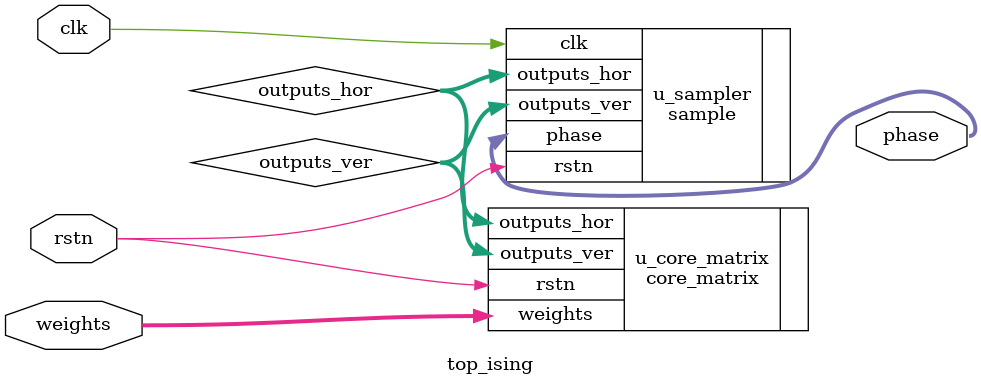
<source format=v>



`timescale 1ns/1ps
`include "../cells/core_matrix.v"
`include "../cells/sample.v"


module top_ising   #(parameter N = 3,
	             parameter NUM_WEIGHTS = 5,
	             parameter WIRE_DELAY = 20,
	             parameter COUNTER_DEPTH = 5,
	             parameter COUNTER_CUTOFF = 16) (
		     input  wire clk,
		     input  wire rstn,
		     input  wire [($clog2(NUM_WEIGHTS)*(N*(N-1)/2))-1:0] weights,
		     output wire [N-1:0] phase
	            );

    wire [N-1:0] outputs_ver;
    wire [N-1:0] outputs_hor;

    core_matrix #(.N(N),
	          .NUM_WEIGHTS(NUM_WEIGHTS),
	          .WIRE_DELAY(WIRE_DELAY)) u_core_matrix (
		  .rstn(rstn),
		  .weights(weights),
		  .outputs_ver(outputs_ver),
		  .outputs_hor(outputs_hor)
    );

    sample #(.N(N),
             .COUNTER_DEPTH(COUNTER_DEPTH),
	     .COUNTER_CUTOFF(COUNTER_CUTOFF)) u_sampler (
	     .clk(clk),
	     .rstn(rstn),
	     .outputs_ver(outputs_ver),
	     .outputs_hor(outputs_hor),
	     .phase(phase)
     );

endmodule

</source>
